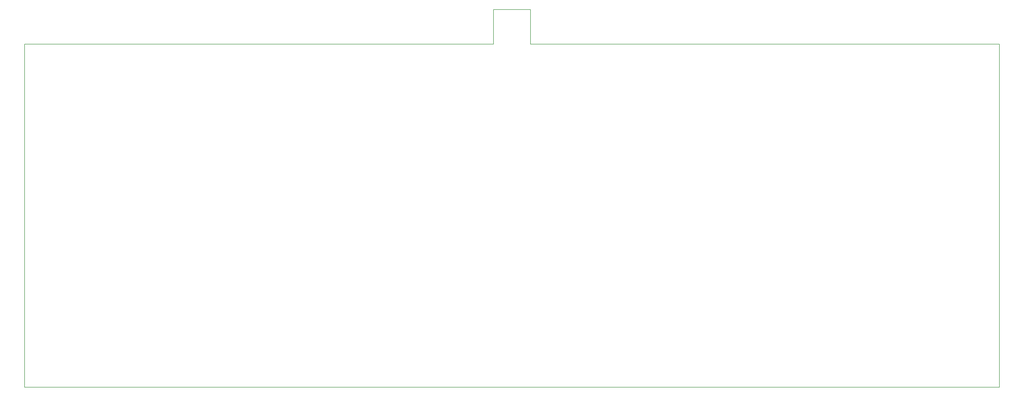
<source format=gbr>
G04 (created by PCBNEW (2013-04-19 BZR 4011)-stable) date 14/07/2013 10:02:36 PM*
%MOIN*%
G04 Gerber Fmt 3.4, Leading zero omitted, Abs format*
%FSLAX34Y34*%
G01*
G70*
G90*
G04 APERTURE LIST*
%ADD10C,0*%
%ADD11C,0.00590551*%
G04 APERTURE END LIST*
G54D10*
G54D11*
X72740Y-2170D02*
X77900Y-2170D01*
X77900Y-2170D02*
X77900Y-2180D01*
X72740Y-6990D02*
X72740Y-2170D01*
X77900Y-6990D02*
X77900Y-2170D01*
X143370Y-6990D02*
X77900Y-6990D01*
X7280Y-6990D02*
X72740Y-6990D01*
X143370Y-6990D02*
X143370Y-54950D01*
X7280Y-54950D02*
X143370Y-54950D01*
X7280Y-54940D02*
X7280Y-54950D01*
X7280Y-6990D02*
X7280Y-54940D01*
M02*

</source>
